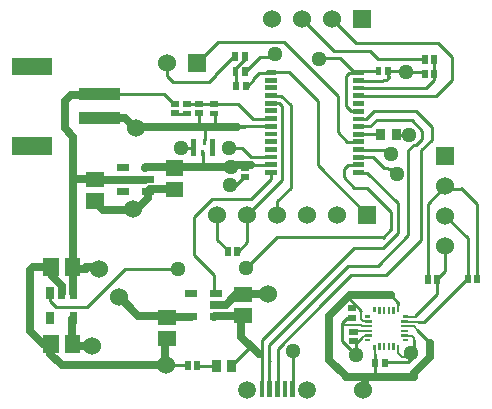
<source format=gtl>
G04 start of page 2 for group 0 idx 0 *
G04 Title: SAP, top power *
G04 Creator: pcb 4.0.2 *
G04 CreationDate: Sat Jan 19 10:52:36 2019 UTC *
G04 For: phil *
G04 Format: Gerber/RS-274X *
G04 PCB-Dimensions (mil): 1811.02 1574.80 *
G04 PCB-Coordinate-Origin: lower left *
%MOIN*%
%FSLAX25Y25*%
%LNGTL*%
%ADD24C,0.0433*%
%ADD23C,0.0433*%
%ADD22C,0.1181*%
%ADD21C,0.0380*%
%ADD20C,0.0350*%
%ADD19C,0.0276*%
%ADD18C,0.0512*%
%ADD17C,0.0160*%
%ADD16C,0.0591*%
%ADD15C,0.0600*%
%ADD14C,0.0001*%
%ADD13C,0.0250*%
%ADD12C,0.0071*%
%ADD11C,0.0100*%
G54D11*X105512Y51181D02*X89764Y35433D01*
X87008Y36614D02*X113386Y62992D01*
X114173Y59843D02*X105394Y51063D01*
X87205Y31185D02*X87008Y31382D01*
Y36614D01*
X89764Y35433D02*Y28936D01*
X64508Y29528D02*X69409D01*
X64567D02*X63110D01*
X87126Y23543D02*X87008Y23661D01*
Y32087D01*
X89685Y23543D02*X89764Y23622D01*
Y30512D01*
X94803Y23543D02*X94882Y23622D01*
X68457Y53838D02*X68622Y54003D01*
Y60000D01*
X61929Y66693D01*
X91339Y116142D02*Y91732D01*
X94094Y88976D02*Y116535D01*
X81463Y112080D02*X87553D01*
X80838Y99280D02*X87553D01*
Y91923D02*Y94180D01*
X15866Y49291D02*X26102D01*
X13893Y51265D02*X15866Y49291D01*
X13893Y54591D02*Y51265D01*
X26102Y49291D02*X38780Y61969D01*
X47559D01*
X47520D02*X47559Y62008D01*
X56614D01*
X55119Y113663D02*X55236Y113780D01*
X59685D01*
X59292Y116928D02*X59293Y116929D01*
X68622D01*
X68661Y116890D01*
X76654D01*
X61850Y104409D02*Y102441D01*
X61732Y102323D01*
X57441D01*
X91339Y91732D02*X88976Y89370D01*
X88898D01*
X89606Y80079D02*Y84488D01*
X94094Y88976D01*
X79606Y80079D02*Y70906D01*
X76457Y67756D01*
X76654Y116890D02*X81463Y112080D01*
X73425Y102283D02*X77835D01*
X80838Y99280D01*
X73150Y68149D02*X69606Y71693D01*
Y80079D01*
X61929Y66693D02*Y79409D01*
X67953Y85433D01*
X79291Y62126D02*X89626Y72461D01*
X88898Y89370D02*X79606Y80079D01*
X67953Y85433D02*X81063D01*
X87553Y91923D01*
X103150Y96535D02*X119606Y80079D01*
X119685Y88976D02*X115354D01*
X111811Y92520D01*
Y95276D01*
X124803Y72441D02*X127559Y75197D01*
Y81102D01*
X119685Y88976D01*
X113386Y62992D02*X123228D01*
X125827Y59843D02*X114173D01*
X89626Y72461D02*X124823D01*
X123150Y62992D02*X133386Y73228D01*
X137677Y71693D02*X125827Y59843D01*
X103150Y113386D02*Y96535D01*
X116653Y104380D02*X112943D01*
X109843Y107480D01*
X113216Y96680D02*X116653D01*
X115553Y101780D02*X115758Y101575D01*
X115553Y111980D02*X115565Y111969D01*
X111811Y95276D02*X113216Y96680D01*
X115758Y101575D02*X127165D01*
X115553Y99180D02*X121686D01*
X125197Y95669D01*
X109843Y107480D02*Y119685D01*
X103150Y118110D02*Y112992D01*
X122874Y111654D02*X120701Y109480D01*
X119252Y111969D02*X121969Y114685D01*
X120701Y109480D02*X116653D01*
X115565Y111969D02*X119252D01*
X125197Y95669D02*X127953Y95433D01*
G54D12*X115276Y41300D02*X120984D01*
X115276D02*X115079Y41102D01*
G54D11*X134409Y111654D02*X122874D01*
X133386Y73228D02*Y101457D01*
X137677Y101693D02*Y71693D01*
X133386Y101457D02*X135236Y103307D01*
Y103349D01*
X136065D01*
X137953Y105236D01*
Y108110D01*
X141142Y105118D02*X137677Y101654D01*
X137953Y108110D02*X134409Y111654D01*
X135827Y114685D02*X141142Y109370D01*
Y105118D01*
X121969Y114685D02*X135827D01*
G54D12*X135472Y46142D02*X135354Y46024D01*
X132008D02*X135354D01*
G54D11*X135472Y46142D02*X142912Y53581D01*
X145709Y61261D02*Y69724D01*
X153151Y72282D02*X145709Y79724D01*
G54D12*X131220Y44448D02*Y44449D01*
X136417D01*
G54D11*X138701D01*
X142912Y53581D02*Y58465D01*
X145709Y61261D01*
X138701Y44449D02*X152874Y58622D01*
X153151D01*
Y58229D02*Y72282D01*
X87553Y117180D02*X90300D01*
X91339Y116142D01*
X90945Y119685D02*X88189D01*
X87795Y127480D02*X89055D01*
X86531Y127559D02*X93701D01*
X86531D02*X86256Y127283D01*
X83701D01*
X81732Y125315D01*
X78819Y131873D02*X75748Y128802D01*
X62913Y130591D02*X69961Y137638D01*
X78425D01*
X75748Y128802D02*Y127795D01*
X75945Y127598D01*
Y122874D01*
X81732Y125315D02*Y124843D01*
X79764Y122874D01*
X79093D01*
X108583Y134528D02*X120669D01*
X107756Y145354D02*X115945Y137165D01*
X120669Y134528D02*X123386Y131811D01*
X138778D01*
X115945Y137165D02*X143228D01*
X147874Y132520D01*
X141926Y132204D02*X141929Y132201D01*
Y126969D01*
Y132201D02*Y127283D01*
Y124882D02*X139328Y122280D01*
X116653D01*
X141929Y126576D03*
Y124882D01*
X147874Y132520D02*Y125079D01*
X142476Y119680D01*
X116653D01*
X94094Y116535D02*X90945Y119685D01*
X93701Y127559D02*X103150Y118110D01*
X109843Y119606D02*X91811Y137638D01*
X97756Y145354D02*X108583Y134528D01*
X91811Y137638D02*X78346D01*
X78819Y133188D02*Y131873D01*
X116653Y124780D02*X124780D01*
X124803Y124803D01*
X125984D01*
X126772Y125591D01*
Y126378D01*
X132638Y127677D02*X132323Y127992D01*
X127323D01*
X126534Y128346D02*X126654Y128226D01*
Y125472D01*
X138781Y127361D02*X138465Y127677D01*
X132638D01*
X75671Y133188D02*X69018Y126535D01*
X69076Y126593D02*X66853Y124370D01*
X54882D01*
X52913Y126339D01*
Y130591D01*
G54D13*X47244Y109291D02*X76102D01*
G54D11*X63269Y113860D02*X63622Y113506D01*
Y109528D01*
X68229Y113781D02*X68780Y113231D01*
Y109528D01*
X77598D02*X77651Y109580D01*
X87553D01*
X78819D02*X78530Y109291D01*
X76181D01*
X65393Y104803D02*X65472Y104882D01*
X78426Y92598D02*X75788Y89961D01*
X74016D01*
X65472Y104882D02*Y109528D01*
X129291Y107264D02*X129783Y106772D01*
X133661D01*
G54D12*X120984Y39725D02*Y39724D01*
Y39725D02*X120945Y39764D01*
X118543D02*X120945D01*
X118543D02*X117480Y38701D01*
X117441D02*X117480D01*
G54D11*X117441D02*X116024Y37283D01*
Y33346D01*
X115039Y45750D02*X114998Y45709D01*
X113031D02*X114998D01*
X113031D02*X111220Y43898D01*
Y37992D01*
X115866Y33346D01*
G54D12*X117953Y42873D02*X120984D01*
X117953D02*X117441Y43386D01*
X111220D02*X117441D01*
X132008Y39725D02*X132794D01*
X132008D02*X132716D01*
X135276Y37165D02*X135197Y37087D01*
G54D11*X135394Y38307D02*Y35157D01*
G54D12*X135197Y37087D02*Y34213D01*
X133740Y32756D01*
X130039Y36181D02*Y34055D01*
G54D11*X135394Y35157D02*X134291Y34055D01*
G54D12*X131339Y32756D02*X133740D01*
X131339D02*X130039Y34055D01*
G54D11*X125471Y30944D02*X133306D01*
X135157Y32795D01*
G54D12*X132755Y39764D02*Y39764D01*
X134646D01*
X135394Y39016D01*
Y38307D01*
G54D11*X94882Y28936D02*Y34252D01*
D03*
X94803Y23543D02*X94882Y23622D01*
Y34528D01*
G54D13*X68457Y49938D02*X72497D01*
X76061Y53502D01*
X77916D02*X77874Y53544D01*
G54D11*X78426Y92598D02*X77914Y92087D01*
G54D13*X78702Y53502D02*X78743Y53543D01*
X86693D01*
X76061Y53502D02*X78309D01*
X14643Y59528D02*Y62677D01*
X17793Y56378D02*X14643Y59528D01*
X17793Y53790D02*Y56378D01*
X17795Y29882D02*X52480D01*
G54D11*X58602D02*X52480D01*
G54D13*X52600Y38706D02*X52362Y38469D01*
Y29882D01*
G54D11*X58150D02*X59370D01*
G54D13*X11614Y37008D02*X14213D01*
X7205Y41417D02*X11614Y37008D01*
X14213Y37400D02*X14055Y37243D01*
Y33622D01*
X7205Y61496D02*Y41417D01*
X8386Y62677D02*X7205Y61496D01*
X14291Y62677D02*X8386D01*
X14055Y33622D02*X17795Y29882D01*
X28544Y84646D02*X31615Y81575D01*
X42441D01*
X46452Y85586D01*
Y87877D01*
X47110Y88535D01*
X55373D01*
X25544Y112300D02*X25600Y112244D01*
X38858D01*
X41811Y109291D01*
X47205D01*
G54D11*X116653Y106880D02*X123277D01*
X123465Y106693D01*
X112598Y116142D02*X114173Y114567D01*
X116535D01*
X124803Y68898D02*X129921Y74016D01*
Y83858D02*Y74016D01*
Y83858D02*X119699Y94080D01*
X116653D01*
X113642Y127421D02*X113683Y127380D01*
X117265Y127992D02*X122205D01*
X115553Y127380D02*X110728Y132205D01*
X103898D01*
X113601Y127380D02*X112598Y126378D01*
Y116142D01*
X113683Y127380D02*X116653D01*
X117265Y127992D01*
X123386Y128346D02*X123032Y127992D01*
X121693D01*
X115354Y68898D02*X124803D01*
G54D12*X120984Y44448D02*X120945Y44488D01*
X118346D02*X120945D01*
X118346D02*X117677Y45157D01*
Y48071D02*Y45157D01*
G54D11*Y48071D02*X112953Y52795D01*
G54D12*X122165Y36280D02*X122205Y36240D01*
Y33622D01*
G54D11*Y26142D01*
G54D13*X118346Y21535D02*X118780Y21969D01*
Y26102D01*
X112559Y26142D02*X106969Y31732D01*
G54D11*X115354Y68898D02*X84646Y38189D01*
G54D13*X106969Y31732D02*Y46339D01*
X113091Y52461D01*
X113287D01*
X113130Y52500D02*X113583Y52953D01*
G54D11*X87553Y96780D02*X82354D01*
G54D13*X74252Y96102D02*X74646Y96496D01*
X81063D01*
G54D11*X86453Y96780D02*X86169Y96496D01*
X81260D01*
X88976Y133465D02*X88543Y133031D01*
X88976Y133465D02*X88110Y132598D01*
X84055D01*
X79252Y127795D01*
X78896D01*
X156299Y59015D02*Y83583D01*
X151063Y88819D01*
X145709Y89724D02*X139764Y83780D01*
Y58465D01*
X145709Y89724D02*X146791Y88642D01*
X151240D01*
G54D12*X132794Y42873D02*X133513D01*
X133465D02*X133465Y42874D01*
X135118D01*
G54D13*X135197Y26102D02*Y27126D01*
X140551Y32480D01*
Y37244D01*
X135197Y26024D02*X112677D01*
G54D12*X135118Y42874D02*X136614Y41378D01*
X136654D01*
G54D11*X140551Y37323D02*X136299Y41575D01*
Y41693D01*
G54D12*X130039Y50079D02*Y47992D01*
G54D11*Y50079D02*Y50748D01*
X127638Y53150D01*
X127598D01*
G54D13*X127579Y53169D01*
X113799D01*
X83465Y33465D02*X77559Y39370D01*
G54D11*X84646Y31185D02*Y38189D01*
X74528Y30020D02*X80551Y36043D01*
X80886D01*
G54D13*X68457Y46039D02*X68835Y46416D01*
X53169Y46039D02*X61057D01*
X52756Y46452D02*X43194D01*
X36181Y53465D01*
X68835Y46416D02*X78309D01*
G54D11*X79291Y46457D02*X79882Y47047D01*
G54D13*X78309Y46416D02*X77657Y45765D01*
Y39272D01*
G54D11*X84646Y28936D03*
Y32283D01*
X83465Y33465D01*
X84646Y31185D03*
X84685Y29016D02*X84567Y28898D01*
Y21969D01*
G54D13*X21299Y37400D02*X21378Y37480D01*
X21299Y45196D02*Y37008D01*
X21693Y53790D02*Y69843D01*
Y45591D02*X21299Y45196D01*
Y37400D02*X22282Y36417D01*
X27835D01*
X29803Y62480D02*X25894D01*
X26378D02*X25787Y61890D01*
X21693D01*
X30394D02*X29803Y62480D01*
X45607Y91732D02*X28937D01*
X28858Y91811D01*
X22520D01*
X45652Y91777D02*X45607Y91732D01*
X45652Y95677D02*X45979Y96004D01*
X74154D01*
G54D11*X64606Y101260D02*X64764Y101102D01*
Y96004D01*
G54D13*X21693Y88268D02*Y64094D01*
X18780Y117874D02*Y108976D01*
X21693Y106063D01*
Y82323D01*
G54D11*X55119Y116969D02*X51908Y120180D01*
X30465D01*
G54D13*X30403Y120118D01*
X21024D01*
X18780Y117874D01*
G54D14*G36*
X59913Y133591D02*Y127591D01*
X65913D01*
Y133591D01*
X59913D01*
G37*
G54D15*X52913Y130591D03*
G54D14*G36*
X114756Y148354D02*Y142354D01*
X120756D01*
Y148354D01*
X114756D01*
G37*
G54D15*X107756Y145354D03*
X97756D03*
X87756D03*
G54D14*G36*
X116606Y83079D02*Y77079D01*
X122606D01*
Y83079D01*
X116606D01*
G37*
G54D15*X109606Y80079D03*
X99606D03*
X89606D03*
X79606D03*
X69606D03*
G54D14*G36*
X142709Y102724D02*Y96724D01*
X148709D01*
Y102724D01*
X142709D01*
G37*
G54D15*X145709Y89724D03*
Y79724D03*
Y69724D03*
G54D16*X79646Y21732D03*
X99724D03*
G54D14*G36*
X50041Y41265D02*Y36147D01*
X55945D01*
Y41265D01*
X50041D01*
G37*
G36*
Y48351D02*Y43233D01*
X55945D01*
Y48351D01*
X50041D01*
G37*
G36*
X15093Y47591D02*X12693D01*
Y43591D01*
X15093D01*
Y47591D01*
G37*
G36*
X16772Y39960D02*X11654D01*
Y34056D01*
X16772D01*
Y39960D01*
G37*
G36*
X22893Y47591D02*X20493D01*
Y43591D01*
X22893D01*
Y47591D01*
G37*
G36*
X23858Y39960D02*X18740D01*
Y34056D01*
X23858D01*
Y39960D01*
G37*
G36*
X22893Y55791D02*X20493D01*
Y51791D01*
X22893D01*
Y55791D01*
G37*
G36*
X18993D02*X16593D01*
Y51791D01*
X18993D01*
Y55791D01*
G37*
G36*
X15093D02*X12693D01*
Y51791D01*
X15093D01*
Y55791D01*
G37*
G36*
X23936Y65629D02*X18818D01*
Y59725D01*
X23936D01*
Y65629D01*
G37*
G36*
X16850D02*X11732D01*
Y59725D01*
X16850D01*
Y65629D01*
G37*
G36*
X25985Y87205D02*Y82087D01*
X31889D01*
Y87205D01*
X25985D01*
G37*
G36*
Y94291D02*Y89173D01*
X31889D01*
Y94291D01*
X25985D01*
G37*
G36*
X23580Y122139D02*Y118219D01*
X37350D01*
Y122139D01*
X23580D01*
G37*
G36*
Y114264D02*Y110334D01*
X37350D01*
Y114264D01*
X23580D01*
G37*
G36*
X1145Y132359D02*Y126459D01*
X14525D01*
Y132359D01*
X1145D01*
G37*
G36*
X1150Y106009D02*Y100109D01*
X14520D01*
Y106009D01*
X1150D01*
G37*
G36*
X36252Y96877D02*Y94477D01*
X40252D01*
Y96877D01*
X36252D01*
G37*
G36*
Y89077D02*Y86677D01*
X40252D01*
Y89077D01*
X36252D01*
G37*
G36*
X44452D02*Y86677D01*
X48452D01*
Y89077D01*
X44452D01*
G37*
G36*
Y92977D02*Y90577D01*
X48452D01*
Y92977D01*
X44452D01*
G37*
G36*
Y96877D02*Y94477D01*
X48452D01*
Y96877D01*
X44452D01*
G37*
G36*
X85653Y105180D02*Y103580D01*
X89453D01*
Y105180D01*
X85653D01*
G37*
G36*
X52421Y91094D02*Y85976D01*
X58325D01*
Y91094D01*
X52421D01*
G37*
G36*
Y98180D02*Y93062D01*
X58325D01*
Y98180D01*
X52421D01*
G37*
G36*
X77442Y93582D02*Y91614D01*
X80196D01*
Y93582D01*
X77442D01*
G37*
G36*
Y96730D02*Y94762D01*
X80196D01*
Y96730D01*
X77442D01*
G37*
G36*
X62284Y114844D02*Y112876D01*
X65038D01*
Y114844D01*
X62284D01*
G37*
G36*
Y117992D02*Y116024D01*
X65038D01*
Y117992D01*
X62284D01*
G37*
G36*
X54135Y117952D02*Y115984D01*
X56889D01*
Y117952D01*
X54135D01*
G37*
G36*
Y114804D02*Y112836D01*
X56889D01*
Y114804D01*
X54135D01*
G37*
G36*
X58308Y114764D02*Y112796D01*
X61062D01*
Y114764D01*
X58308D01*
G37*
G36*
Y117912D02*Y115944D01*
X61062D01*
Y117912D01*
X58308D01*
G37*
G36*
X67245Y117913D02*Y115945D01*
X69999D01*
Y117913D01*
X67245D01*
G37*
G36*
Y114765D02*Y112797D01*
X69999D01*
Y114765D01*
X67245D01*
G37*
G36*
X68937Y105197D02*X67362D01*
Y99685D01*
X68937D01*
Y105197D01*
G37*
G36*
X65787D02*X65000D01*
Y103228D01*
X65787D01*
Y105197D01*
G37*
G36*
X62637D02*X61063D01*
Y99685D01*
X62637D01*
Y105197D01*
G37*
G36*
X65000Y101654D02*X64212D01*
Y99685D01*
X65000D01*
Y101654D01*
G37*
G36*
X85653Y120580D02*Y118980D01*
X89453D01*
Y120580D01*
X85653D01*
G37*
G36*
Y117980D02*Y116380D01*
X89453D01*
Y117980D01*
X85653D01*
G37*
G36*
Y115480D02*Y113880D01*
X89453D01*
Y115480D01*
X85653D01*
G37*
G36*
Y112880D02*Y111280D01*
X89453D01*
Y112880D01*
X85653D01*
G37*
G54D17*X86453Y127480D02*X88653D01*
G54D14*G36*
X85653Y125680D02*Y124080D01*
X89453D01*
Y125680D01*
X85653D01*
G37*
G36*
Y123180D02*Y121580D01*
X89453D01*
Y123180D01*
X85653D01*
G37*
G36*
Y110380D02*Y108780D01*
X89453D01*
Y110380D01*
X85653D01*
G37*
G36*
Y107780D02*Y106180D01*
X89453D01*
Y107780D01*
X85653D01*
G37*
G36*
X76655Y134172D02*X74687D01*
Y131418D01*
X76655D01*
Y134172D01*
G37*
G36*
X76929Y124251D02*X74961D01*
Y121497D01*
X76929D01*
Y124251D01*
G37*
G36*
X76732Y129172D02*X74764D01*
Y126418D01*
X76732D01*
Y129172D01*
G37*
G36*
X79803Y134172D02*X77835D01*
Y131418D01*
X79803D01*
Y134172D01*
G37*
G36*
X80077Y124251D02*X78109D01*
Y121497D01*
X80077D01*
Y124251D01*
G37*
G36*
X79880Y129172D02*X77912D01*
Y126418D01*
X79880D01*
Y129172D01*
G37*
G36*
X85653Y102680D02*Y101080D01*
X89453D01*
Y102680D01*
X85653D01*
G37*
G36*
Y100080D02*Y98480D01*
X89453D01*
Y100080D01*
X85653D01*
G37*
G36*
Y97580D02*Y95980D01*
X89453D01*
Y97580D01*
X85653D01*
G37*
G36*
Y94980D02*Y93380D01*
X89453D01*
Y94980D01*
X85653D01*
G37*
G36*
X75357Y56061D02*Y50943D01*
X81261D01*
Y56061D01*
X75357D01*
G37*
G36*
Y48975D02*Y43857D01*
X81261D01*
Y48975D01*
X75357D01*
G37*
G36*
X74134Y69133D02*X72166D01*
Y66379D01*
X74134D01*
Y69133D01*
G37*
G36*
X77282D02*X75314D01*
Y66379D01*
X77282D01*
Y69133D01*
G37*
G36*
X59057Y55038D02*Y52638D01*
X63057D01*
Y55038D01*
X59057D01*
G37*
G36*
Y47238D02*Y44838D01*
X63057D01*
Y47238D01*
X59057D01*
G37*
G36*
X67257D02*Y44838D01*
X71257D01*
Y47238D01*
X67257D01*
G37*
G36*
Y51138D02*Y48738D01*
X71257D01*
Y51138D01*
X67257D01*
G37*
G36*
Y55038D02*Y52638D01*
X71257D01*
Y55038D01*
X67257D01*
G37*
G36*
X76004Y31496D02*X73052D01*
Y27560D01*
X76004D01*
Y31496D01*
G37*
G36*
X70886D02*X67934D01*
Y27560D01*
X70886D01*
Y31496D01*
G37*
G36*
X60827Y31141D02*X58859D01*
Y28387D01*
X60827D01*
Y31141D01*
G37*
G36*
X63975D02*X62007D01*
Y28387D01*
X63975D01*
Y31141D01*
G37*
G36*
X85354Y24487D02*X83780D01*
Y19370D01*
X85354D01*
Y24487D01*
G37*
G36*
X87913D02*X86339D01*
Y19370D01*
X87913D01*
Y24487D01*
G37*
G36*
X90472D02*X88898D01*
Y19370D01*
X90472D01*
Y24487D01*
G37*
G36*
X93031D02*X91457D01*
Y19370D01*
X93031D01*
Y24487D01*
G37*
G36*
X95590D02*X94016D01*
Y19370D01*
X95590D01*
Y24487D01*
G37*
G36*
X114753Y94880D02*Y93280D01*
X118553D01*
Y94880D01*
X114753D01*
G37*
G36*
Y97480D02*Y95880D01*
X118553D01*
Y97480D01*
X114753D01*
G37*
G36*
Y99980D02*Y98380D01*
X118553D01*
Y99980D01*
X114753D01*
G37*
G36*
Y102580D02*Y100980D01*
X118553D01*
Y102580D01*
X114753D01*
G37*
G36*
Y105180D02*Y103580D01*
X118553D01*
Y105180D01*
X114753D01*
G37*
G36*
Y107680D02*Y106080D01*
X118553D01*
Y107680D01*
X114753D01*
G37*
G36*
Y110280D02*Y108680D01*
X118553D01*
Y110280D01*
X114753D01*
G37*
G36*
Y112780D02*Y111180D01*
X118553D01*
Y112780D01*
X114753D01*
G37*
G36*
X125649Y108740D02*X122697D01*
Y104804D01*
X125649D01*
Y108740D01*
G37*
G36*
X130767D02*X127815D01*
Y104804D01*
X130767D01*
Y108740D01*
G37*
G36*
X143896Y59842D02*X141928D01*
Y57088D01*
X143896D01*
Y59842D01*
G37*
G36*
X140748D02*X138780D01*
Y57088D01*
X140748D01*
Y59842D01*
G37*
G36*
X154135Y59999D02*X152167D01*
Y57245D01*
X154135D01*
Y59999D01*
G37*
G36*
X157283D02*X155315D01*
Y57245D01*
X157283D01*
Y59999D01*
G37*
G36*
X114753Y115380D02*Y113780D01*
X118553D01*
Y115380D01*
X114753D01*
G37*
G36*
Y117980D02*Y116380D01*
X118553D01*
Y117980D01*
X114753D01*
G37*
G36*
Y120480D02*Y118880D01*
X118553D01*
Y120480D01*
X114753D01*
G37*
G36*
Y123080D02*Y121480D01*
X118553D01*
Y123080D01*
X114753D01*
G37*
G36*
Y125580D02*Y123980D01*
X118553D01*
Y125580D01*
X114753D01*
G37*
G36*
Y128180D02*Y126580D01*
X118553D01*
Y128180D01*
X114753D01*
G37*
G36*
X127518Y129330D02*X125550D01*
Y126576D01*
X127518D01*
Y129330D01*
G37*
G36*
X124370D02*X122402D01*
Y126576D01*
X124370D01*
Y129330D01*
G37*
G36*
X142910Y133188D02*X140942D01*
Y130434D01*
X142910D01*
Y133188D01*
G37*
G36*
X139762D02*X137794D01*
Y130434D01*
X139762D01*
Y133188D01*
G37*
G36*
X139765Y128346D02*X137797D01*
Y125592D01*
X139765D01*
Y128346D01*
G37*
G36*
X142913D02*X140945D01*
Y125592D01*
X142913D01*
Y128346D01*
G37*
G36*
X113702Y38938D02*Y36970D01*
X116456D01*
Y38938D01*
X113702D01*
G37*
G36*
Y42086D02*Y40118D01*
X116456D01*
Y42086D01*
X113702D01*
G37*
G36*
X113269Y46733D02*Y44765D01*
X116023D01*
Y46733D01*
X113269D01*
G37*
G36*
X118977Y46456D02*Y45669D01*
X120649D01*
Y46456D01*
X118977D01*
G37*
G36*
X113269Y49881D02*Y47913D01*
X116023D01*
Y49881D01*
X113269D01*
G37*
G36*
X130393Y49211D02*X129606D01*
Y47539D01*
X130393D01*
Y49211D01*
G37*
G36*
X128818D02*X128031D01*
Y46850D01*
X128818D01*
Y49211D01*
G37*
G36*
X127243D02*X126456D01*
Y46850D01*
X127243D01*
Y49211D01*
G37*
G36*
X125669D02*X124882D01*
Y46850D01*
X125669D01*
Y49211D01*
G37*
G36*
X124094D02*X123307D01*
Y46850D01*
X124094D01*
Y49211D01*
G37*
G36*
X122519D02*X121732D01*
Y47539D01*
X122519D01*
Y49211D01*
G37*
G36*
X118977Y44881D02*Y44094D01*
X121338D01*
Y44881D01*
X118977D01*
G37*
G36*
Y43306D02*Y42519D01*
X121338D01*
Y43306D01*
X118977D01*
G37*
G36*
Y41732D02*Y40945D01*
X121338D01*
Y41732D01*
X118977D01*
G37*
G36*
Y40157D02*Y39370D01*
X121338D01*
Y40157D01*
X118977D01*
G37*
G36*
Y38582D02*Y37795D01*
X120649D01*
Y38582D01*
X118977D01*
G37*
G36*
X126455Y31928D02*X124487D01*
Y29174D01*
X126455D01*
Y31928D01*
G37*
G36*
X123307D02*X121339D01*
Y29174D01*
X123307D01*
Y31928D01*
G37*
G36*
X122519Y36712D02*X121732D01*
Y35040D01*
X122519D01*
Y36712D01*
G37*
G36*
X124094Y37401D02*X123307D01*
Y35040D01*
X124094D01*
Y37401D01*
G37*
G36*
X125669D02*X124882D01*
Y35040D01*
X125669D01*
Y37401D01*
G37*
G36*
X127243D02*X126456D01*
Y35040D01*
X127243D01*
Y37401D01*
G37*
G36*
X128818D02*X128031D01*
Y35040D01*
X128818D01*
Y37401D01*
G37*
G36*
X130393Y36712D02*X129606D01*
Y35040D01*
X130393D01*
Y36712D01*
G37*
G36*
X131476Y38582D02*Y37795D01*
X133148D01*
Y38582D01*
X131476D01*
G37*
G36*
X130787Y40157D02*Y39370D01*
X133148D01*
Y40157D01*
X130787D01*
G37*
G36*
Y41732D02*Y40945D01*
X133148D01*
Y41732D01*
X130787D01*
G37*
G36*
Y43306D02*Y42519D01*
X133148D01*
Y43306D01*
X130787D01*
G37*
G36*
Y44881D02*Y44094D01*
X133148D01*
Y44881D01*
X130787D01*
G37*
G36*
X131476Y46456D02*Y45669D01*
X133148D01*
Y46456D01*
X131476D01*
G37*
G54D18*X74252Y96102D03*
X74016Y89961D03*
X73425Y102283D03*
X132638Y127677D03*
X88976Y133465D03*
X127441Y100433D03*
X129409Y93740D03*
X103622Y132047D03*
X133661Y106772D03*
X94882Y34646D03*
G54D15*X27835Y36417D03*
X36929Y52598D03*
X30394Y61890D03*
G54D18*X56614Y62008D03*
G54D15*X41693Y81850D03*
G54D18*X57441Y102323D03*
G54D15*X42402Y109094D03*
X52480Y29882D03*
X86575Y53661D03*
G54D18*X79291Y62126D03*
X134291Y34055D03*
X116024Y33346D03*
G54D15*X118346Y21535D03*
G54D19*G54D20*G54D19*G54D20*G54D19*G54D20*G54D19*G54D20*G54D21*G54D22*G54D21*G54D22*G54D21*G54D22*G54D23*G54D24*G54D23*M02*

</source>
